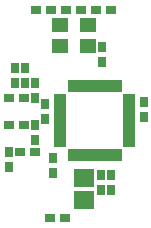
<source format=gts>
%FSLAX24Y24*%
%MOIN*%
G70*
G01*
G75*
G04 Layer_Color=8388736*
%ADD10C,0.0080*%
%ADD11R,0.0200X0.0250*%
%ADD12R,0.0250X0.0200*%
%ADD13R,0.0472X0.0433*%
%ADD14R,0.0110X0.0354*%
%ADD15R,0.0354X0.0110*%
%ADD16R,0.0354X0.0110*%
%ADD17R,0.0591X0.0512*%
%ADD18C,0.0100*%
%ADD19C,0.0300*%
%ADD20C,0.0060*%
%ADD21R,0.0510X0.0300*%
%ADD22C,0.0320*%
%ADD23C,0.0050*%
%ADD24C,0.0043*%
%ADD25R,0.0280X0.0330*%
%ADD26R,0.0330X0.0280*%
%ADD27R,0.0552X0.0513*%
%ADD28R,0.0190X0.0434*%
%ADD29R,0.0434X0.0190*%
%ADD30R,0.0434X0.0190*%
%ADD31R,0.0671X0.0592*%
D25*
X6720Y5150D02*
D03*
X6720Y5650D02*
D03*
X6370Y5150D02*
D03*
X6370Y5650D02*
D03*
X6420Y9400D02*
D03*
X6420Y9900D02*
D03*
X4770Y6210D02*
D03*
X4770Y5710D02*
D03*
X3300Y6390D02*
D03*
X3300Y5890D02*
D03*
X4170Y6800D02*
D03*
X4170Y7300D02*
D03*
X3840Y8690D02*
D03*
X3840Y9190D02*
D03*
X3500Y8690D02*
D03*
X3500Y9190D02*
D03*
X4180Y8690D02*
D03*
X4180Y8190D02*
D03*
X4520Y8000D02*
D03*
X4520Y7500D02*
D03*
X7800Y8060D02*
D03*
X7800Y7560D02*
D03*
D26*
X6220Y11140D02*
D03*
X6720Y11140D02*
D03*
X4720Y11150D02*
D03*
X4220Y11150D02*
D03*
X4670Y4190D02*
D03*
X5170Y4190D02*
D03*
X4170Y6400D02*
D03*
X3670Y6400D02*
D03*
X3300Y7310D02*
D03*
X3800Y7310D02*
D03*
X3800Y8190D02*
D03*
X3300Y8190D02*
D03*
X5720Y11140D02*
D03*
X5220Y11140D02*
D03*
D27*
X5940Y9949D02*
D03*
X5940Y10651D02*
D03*
X5000Y9951D02*
D03*
X5000Y10651D02*
D03*
D28*
X6180Y6302D02*
D03*
X5786Y6302D02*
D03*
X5392Y6302D02*
D03*
X5392Y8598D02*
D03*
X6967Y6302D02*
D03*
X5983Y6302D02*
D03*
X6770Y6302D02*
D03*
X6574Y6302D02*
D03*
X6377Y6302D02*
D03*
X5589Y6302D02*
D03*
X5589Y8598D02*
D03*
X6377Y8598D02*
D03*
X6574Y8598D02*
D03*
X5786Y8598D02*
D03*
X5983Y8598D02*
D03*
X6180Y8598D02*
D03*
X6770Y8598D02*
D03*
X6967Y8598D02*
D03*
D29*
X5022Y8247D02*
D03*
X7318Y8247D02*
D03*
X7318Y6672D02*
D03*
X7318Y8050D02*
D03*
X7318Y7263D02*
D03*
X7318Y7066D02*
D03*
X7318Y7854D02*
D03*
X7318Y7657D02*
D03*
X7318Y7460D02*
D03*
X5022Y6672D02*
D03*
X5022Y7460D02*
D03*
X5022Y7657D02*
D03*
X5022Y6869D02*
D03*
X5022Y7066D02*
D03*
X5022Y7263D02*
D03*
X5022Y7854D02*
D03*
X5022Y8050D02*
D03*
D30*
X7318Y6869D02*
D03*
D31*
X5820Y4802D02*
D03*
X5820Y5550D02*
D03*
M02*

</source>
